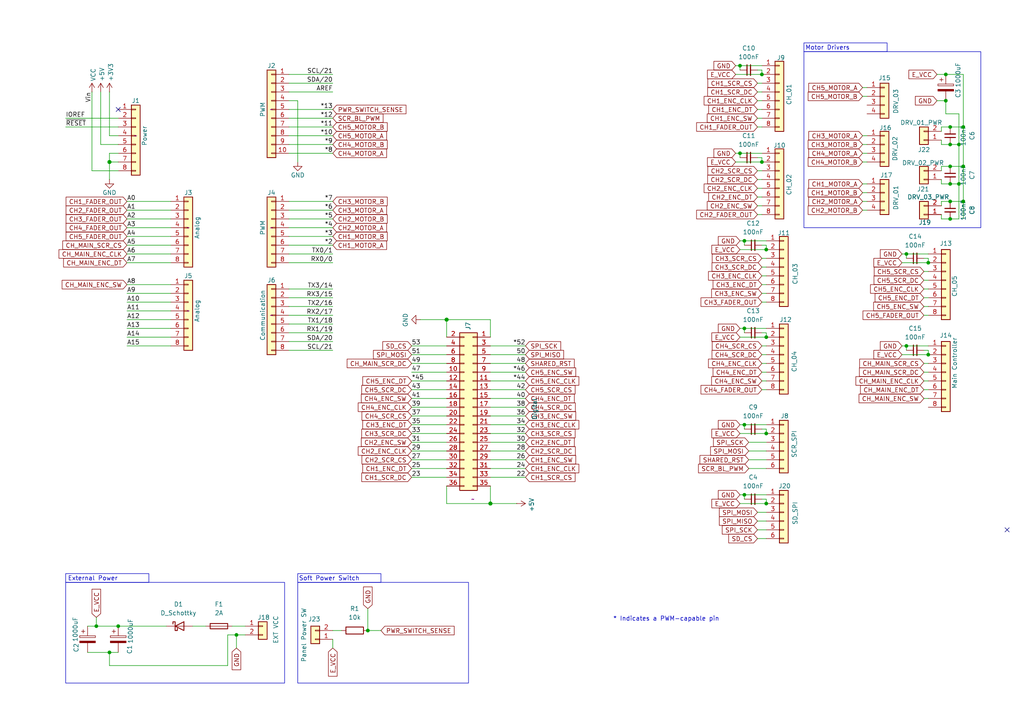
<source format=kicad_sch>
(kicad_sch (version 20250114) (generator "eeschema") (generator_version "9.0")
  (paper "A4")
  (title_block (title "FaderFlow Arduino Shield") (date "mar. 31 mars 2015"))
  (rectangle (start 233.172 12.446) (end 257.302 14.986))
  (rectangle (start 19.05 168.91) (end 82.55 198.12))
  (rectangle (start 86.36 166.37) (end 110.49 168.91))
  (rectangle (start 233.172 14.986) (end 284.48 66.04))
  (rectangle (start 19.05 166.37) (end 43.18 168.91))
  (rectangle (start 86.36 168.91) (end 135.89 198.12))
  (text "External Power" (at 26.924 167.894 0) (effects (font (size 1.27 1.27))))
  (text "Soft Power Switch" (at 95.504 167.894 0) (effects (font (size 1.27 1.27))))
  (text "Motor Drivers" (at 240.03 13.97 0) (effects (font (size 1.27 1.27))))
  (text "* Indicates a PWM-capable pin" (at 177.8 180.34 0) (effects (font (size 1.27 1.27)) (justify left bottom)))
  (junction (at 129.54 92.71) (diameter 1.016))
  (junction (at 215.9 143.51))
  (junction (at 262.89 100.33))
  (junction (at 279.4 48.26))
  (junction (at 275.59 48.26))
  (junction (at 275.59 63.5))
  (junction (at 214.63 19.05))
  (junction (at 279.4 36.83))
  (junction (at 222.25 72.39))
  (junction (at 31.75 46.99) (diameter 1.016))
  (junction (at 269.24 76.2))
  (junction (at 275.59 36.83))
  (junction (at 215.9 95.25))
  (junction (at 274.32 29.21))
  (junction (at 215.9 123.19))
  (junction (at 279.4 58.42))
  (junction (at 278.13 53.34))
  (junction (at 275.59 58.42))
  (junction (at 274.32 21.59))
  (junction (at 278.13 41.91))
  (junction (at 222.25 125.73))
  (junction (at 27.94 181.61))
  (junction (at 215.9 69.85))
  (junction (at 269.24 102.87))
  (junction (at 222.25 146.05))
  (junction (at 68.58 184.15))
  (junction (at 222.25 97.79))
  (junction (at 262.89 73.66))
  (junction (at 214.63 44.45))
  (junction (at 106.68 182.88))
  (junction (at 34.29 181.61))
  (junction (at 220.98 21.59))
  (junction (at 31.75 189.23))
  (junction (at 220.98 46.99))
  (junction (at 142.24 146.05) (diameter 1.016))
  (junction (at 275.59 41.91))
  (junction (at 275.59 53.34))
  (no_connect (at 292.1 153.67))
  (no_connect (at 34.29 31.75))
  (wire (pts (xy 274.32 21.59) (xy 279.4 21.59)))
  (wire (pts (xy 219.71 20.32) (xy 220.98 20.32)))
  (wire (pts (xy 83.82 76.2) (xy 96.52 76.2)))
  (wire (pts (xy 219.71 49.53) (xy 220.98 49.53)))
  (wire (pts (xy 214.63 143.51) (xy 215.9 143.51)))
  (wire (pts (xy 222.25 144.78) (xy 222.25 146.05)))
  (wire (pts (xy 275.59 58.42) (xy 273.05 58.42)))
  (wire (pts (xy 267.97 83.82) (xy 269.24 83.82)))
  (wire (pts (xy 27.94 181.61) (xy 34.29 181.61)))
  (wire (pts (xy 36.83 76.2) (xy 49.53 76.2)))
  (wire (pts (xy 220.98 45.72) (xy 220.98 46.99)))
  (wire (pts (xy 83.82 39.37) (xy 96.52 39.37)))
  (wire (pts (xy 152.4 115.57) (xy 142.24 115.57)))
  (wire (pts (xy 250.19 46.99) (xy 251.46 46.99)))
  (wire (pts (xy 267.97 74.93) (xy 269.24 74.93)))
  (wire (pts (xy 262.89 100.33) (xy 262.89 101.6)))
  (wire (pts (xy 83.82 21.59) (xy 96.52 21.59)))
  (wire (pts (xy 274.32 29.21) (xy 271.78 29.21)))
  (wire (pts (xy 278.13 41.91) (xy 278.13 53.34)))
  (wire (pts (xy 152.4 118.11) (xy 142.24 118.11)))
  (wire (pts (xy 220.98 113.03) (xy 222.25 113.03)))
  (wire (pts (xy 273.05 48.26) (xy 273.05 49.53)))
  (wire (pts (xy 222.25 96.52) (xy 222.25 97.79)))
  (wire (pts (xy 273.05 52.07) (xy 273.05 53.34)))
  (wire (pts (xy 142.24 146.05) (xy 129.54 146.05)))
  (wire (pts (xy 215.9 123.19) (xy 222.25 123.19)))
  (wire (pts (xy 142.24 97.79) (xy 142.24 92.71)))
  (wire (pts (xy 279.4 48.26) (xy 279.4 58.42)))
  (wire (pts (xy 83.82 88.9) (xy 96.52 88.9)))
  (wire (pts (xy 31.75 44.45) (xy 31.75 46.99)))
  (wire (pts (xy 31.75 189.23) (xy 31.75 193.04)))
  (wire (pts (xy 220.98 77.47) (xy 222.25 77.47)))
  (wire (pts (xy 220.98 144.78) (xy 222.25 144.78)))
  (wire (pts (xy 214.63 146.05) (xy 222.25 146.05)))
  (wire (pts (xy 129.54 120.65) (xy 119.38 120.65)))
  (wire (pts (xy 36.83 71.12) (xy 49.53 71.12)))
  (wire (pts (xy 262.89 73.66) (xy 262.89 74.93)))
  (wire (pts (xy 152.4 125.73) (xy 142.24 125.73)))
  (wire (pts (xy 279.4 58.42) (xy 279.4 63.5)))
  (wire (pts (xy 214.63 69.85) (xy 215.9 69.85)))
  (wire (pts (xy 278.13 41.91) (xy 275.59 41.91)))
  (wire (pts (xy 152.4 102.87) (xy 142.24 102.87)))
  (wire (pts (xy 152.4 138.43) (xy 142.24 138.43)))
  (wire (pts (xy 273.05 40.64) (xy 273.05 41.91)))
  (wire (pts (xy 250.19 41.91) (xy 251.46 41.91)))
  (wire (pts (xy 267.97 78.74) (xy 269.24 78.74)))
  (wire (pts (xy 250.19 27.94) (xy 251.46 27.94)))
  (wire (pts (xy 31.75 46.99) (xy 31.75 52.07)))
  (wire (pts (xy 273.05 36.83) (xy 273.05 38.1)))
  (wire (pts (xy 220.98 100.33) (xy 222.25 100.33)))
  (wire (pts (xy 215.9 69.85) (xy 215.9 71.12)))
  (wire (pts (xy 129.54 133.35) (xy 119.38 133.35)))
  (wire (pts (xy 267.97 81.28) (xy 269.24 81.28)))
  (wire (pts (xy 68.58 184.15) (xy 68.58 187.96)))
  (wire (pts (xy 31.75 39.37) (xy 34.29 39.37)))
  (wire (pts (xy 152.4 113.03) (xy 142.24 113.03)))
  (wire (pts (xy 214.63 123.19) (xy 215.9 123.19)))
  (wire (pts (xy 29.21 41.91) (xy 34.29 41.91)))
  (wire (pts (xy 129.54 123.19) (xy 119.38 123.19)))
  (wire (pts (xy 250.19 44.45) (xy 251.46 44.45)))
  (wire (pts (xy 29.21 26.67) (xy 29.21 41.91)))
  (wire (pts (xy 220.98 102.87) (xy 222.25 102.87)))
  (wire (pts (xy 106.68 182.88) (xy 110.49 182.88)))
  (wire (pts (xy 215.9 143.51) (xy 222.25 143.51)))
  (wire (pts (xy 36.83 100.33) (xy 49.53 100.33)))
  (wire (pts (xy 129.54 107.95) (xy 119.38 107.95)))
  (wire (pts (xy 129.54 130.81) (xy 119.38 130.81)))
  (wire (pts (xy 267.97 115.57) (xy 269.24 115.57)))
  (wire (pts (xy 220.98 105.41) (xy 222.25 105.41)))
  (wire (pts (xy 34.29 181.61) (xy 48.26 181.61)))
  (wire (pts (xy 267.97 101.6) (xy 269.24 101.6)))
  (wire (pts (xy 219.71 153.67) (xy 222.25 153.67)))
  (wire (pts (xy 83.82 31.75) (xy 96.52 31.75)))
  (wire (pts (xy 273.05 62.23) (xy 273.05 63.5)))
  (wire (pts (xy 261.62 73.66) (xy 262.89 73.66)))
  (wire (pts (xy 31.75 26.67) (xy 31.75 39.37)))
  (wire (pts (xy 83.82 58.42) (xy 96.52 58.42)))
  (wire (pts (xy 49.53 58.42) (xy 36.83 58.42)))
  (wire (pts (xy 96.52 182.88) (xy 99.06 182.88)))
  (wire (pts (xy 213.36 44.45) (xy 214.63 44.45)))
  (wire (pts (xy 83.82 34.29) (xy 96.52 34.29)))
  (wire (pts (xy 49.53 97.79) (xy 36.83 97.79)))
  (wire (pts (xy 25.4 181.61) (xy 27.94 181.61)))
  (wire (pts (xy 83.82 60.96) (xy 96.52 60.96)))
  (wire (pts (xy 214.63 72.39) (xy 222.25 72.39)))
  (wire (pts (xy 214.63 97.79) (xy 222.25 97.79)))
  (wire (pts (xy 220.98 107.95) (xy 222.25 107.95)))
  (wire (pts (xy 83.82 96.52) (xy 96.52 96.52)))
  (wire (pts (xy 219.71 26.67) (xy 220.98 26.67)))
  (wire (pts (xy 219.71 31.75) (xy 220.98 31.75)))
  (wire (pts (xy 152.4 123.19) (xy 142.24 123.19)))
  (wire (pts (xy 267.97 110.49) (xy 269.24 110.49)))
  (wire (pts (xy 142.24 92.71) (xy 129.54 92.71)))
  (wire (pts (xy 152.4 107.95) (xy 142.24 107.95)))
  (wire (pts (xy 129.54 97.79) (xy 129.54 92.71)))
  (wire (pts (xy 214.63 125.73) (xy 222.25 125.73)))
  (wire (pts (xy 83.82 41.91) (xy 96.52 41.91)))
  (wire (pts (xy 152.4 130.81) (xy 142.24 130.81)))
  (wire (pts (xy 273.05 63.5) (xy 275.59 63.5)))
  (wire (pts (xy 214.63 44.45) (xy 214.63 45.72)))
  (wire (pts (xy 152.4 128.27) (xy 142.24 128.27)))
  (wire (pts (xy 25.4 189.23) (xy 31.75 189.23)))
  (wire (pts (xy 267.97 91.44) (xy 269.24 91.44)))
  (wire (pts (xy 129.54 110.49) (xy 119.38 110.49)))
  (wire (pts (xy 129.54 128.27) (xy 119.38 128.27)))
  (wire (pts (xy 129.54 105.41) (xy 119.38 105.41)))
  (wire (pts (xy 152.4 135.89) (xy 142.24 135.89)))
  (wire (pts (xy 250.19 55.88) (xy 251.46 55.88)))
  (wire (pts (xy 222.25 71.12) (xy 222.25 72.39)))
  (wire (pts (xy 83.82 66.04) (xy 96.52 66.04)))
  (wire (pts (xy 213.36 46.99) (xy 220.98 46.99)))
  (wire (pts (xy 261.62 76.2) (xy 269.24 76.2)))
  (wire (pts (xy 279.4 36.83) (xy 275.59 36.83)))
  (wire (pts (xy 129.54 115.57) (xy 119.38 115.57)))
  (wire (pts (xy 267.97 113.03) (xy 269.24 113.03)))
  (wire (pts (xy 152.4 110.49) (xy 142.24 110.49)))
  (wire (pts (xy 261.62 100.33) (xy 262.89 100.33)))
  (wire (pts (xy 219.71 62.23) (xy 220.98 62.23)))
  (wire (pts (xy 261.62 102.87) (xy 269.24 102.87)))
  (wire (pts (xy 269.24 101.6) (xy 269.24 102.87)))
  (wire (pts (xy 19.05 34.29) (xy 34.29 34.29)))
  (wire (pts (xy 220.98 80.01) (xy 222.25 80.01)))
  (wire (pts (xy 219.71 36.83) (xy 220.98 36.83)))
  (wire (pts (xy 219.71 148.59) (xy 222.25 148.59)))
  (wire (pts (xy 219.71 54.61) (xy 220.98 54.61)))
  (wire (pts (xy 106.68 176.53) (xy 106.68 182.88)))
  (wire (pts (xy 278.13 63.5) (xy 275.59 63.5)))
  (wire (pts (xy 213.36 19.05) (xy 214.63 19.05)))
  (wire (pts (xy 83.82 86.36) (xy 96.52 86.36)))
  (wire (pts (xy 149.86 146.05) (xy 142.24 146.05)))
  (wire (pts (xy 250.19 25.4) (xy 251.46 25.4)))
  (wire (pts (xy 220.98 96.52) (xy 222.25 96.52)))
  (wire (pts (xy 31.75 189.23) (xy 34.29 189.23)))
  (wire (pts (xy 275.59 36.83) (xy 273.05 36.83)))
  (wire (pts (xy 219.71 59.69) (xy 220.98 59.69)))
  (wire (pts (xy 274.32 29.21) (xy 274.32 33.02)))
  (wire (pts (xy 215.9 95.25) (xy 222.25 95.25)))
  (wire (pts (xy 275.59 48.26) (xy 273.05 48.26)))
  (wire (pts (xy 86.36 29.21) (xy 86.36 46.99)))
  (wire (pts (xy 215.9 69.85) (xy 222.25 69.85)))
  (wire (pts (xy 83.82 101.6) (xy 96.52 101.6)))
  (wire (pts (xy 215.9 143.51) (xy 215.9 144.78)))
  (wire (pts (xy 222.25 130.81) (xy 217.17 130.81)))
  (wire (pts (xy 273.05 58.42) (xy 273.05 59.69)))
  (wire (pts (xy 83.82 26.67) (xy 96.52 26.67)))
  (wire (pts (xy 142.24 140.97) (xy 142.24 146.05)))
  (wire (pts (xy 215.9 123.19) (xy 215.9 124.46)))
  (wire (pts (xy 220.98 74.93) (xy 222.25 74.93)))
  (wire (pts (xy 83.82 93.98) (xy 96.52 93.98)))
  (wire (pts (xy 278.13 53.34) (xy 275.59 53.34)))
  (wire (pts (xy 36.83 90.17) (xy 49.53 90.17)))
  (wire (pts (xy 262.89 100.33) (xy 269.24 100.33)))
  (wire (pts (xy 222.25 128.27) (xy 217.17 128.27)))
  (wire (pts (xy 274.32 33.02) (xy 278.13 33.02)))
  (wire (pts (xy 219.71 29.21) (xy 220.98 29.21)))
  (wire (pts (xy 49.53 63.5) (xy 36.83 63.5)))
  (wire (pts (xy 19.05 36.83) (xy 34.29 36.83)))
  (wire (pts (xy 267.97 105.41) (xy 269.24 105.41)))
  (wire (pts (xy 83.82 83.82) (xy 96.52 83.82)))
  (wire (pts (xy 262.89 73.66) (xy 269.24 73.66)))
  (wire (pts (xy 267.97 107.95) (xy 269.24 107.95)))
  (wire (pts (xy 34.29 46.99) (xy 31.75 46.99)))
  (wire (pts (xy 214.63 44.45) (xy 220.98 44.45)))
  (wire (pts (xy 219.71 156.21) (xy 222.25 156.21)))
  (wire (pts (xy 222.25 135.89) (xy 217.17 135.89)))
  (wire (pts (xy 279.4 58.42) (xy 275.59 58.42)))
  (wire (pts (xy 250.19 53.34) (xy 251.46 53.34)))
  (wire (pts (xy 250.19 39.37) (xy 251.46 39.37)))
  (wire (pts (xy 215.9 95.25) (xy 215.9 96.52)))
  (wire (pts (xy 220.98 71.12) (xy 222.25 71.12)))
  (wire (pts (xy 269.24 74.93) (xy 269.24 76.2)))
  (wire (pts (xy 219.71 52.07) (xy 220.98 52.07)))
  (wire (pts (xy 34.29 49.53) (xy 26.67 49.53)))
  (wire (pts (xy 152.4 100.33) (xy 142.24 100.33)))
  (wire (pts (xy 31.75 193.04) (xy 66.04 193.04)))
  (wire (pts (xy 36.83 60.96) (xy 49.53 60.96)))
  (wire (pts (xy 279.4 48.26) (xy 275.59 48.26)))
  (wire (pts (xy 129.54 102.87) (xy 119.38 102.87)))
  (wire (pts (xy 273.05 53.34) (xy 275.59 53.34)))
  (wire (pts (xy 129.54 125.73) (xy 119.38 125.73)))
  (wire (pts (xy 49.53 87.63) (xy 36.83 87.63)))
  (wire (pts (xy 129.54 100.33) (xy 119.38 100.33)))
  (wire (pts (xy 83.82 91.44) (xy 96.52 91.44)))
  (wire (pts (xy 83.82 29.21) (xy 86.36 29.21)))
  (wire (pts (xy 129.54 118.11) (xy 119.38 118.11)))
  (wire (pts (xy 34.29 44.45) (xy 31.75 44.45)))
  (wire (pts (xy 274.32 21.59) (xy 271.78 21.59)))
  (wire (pts (xy 222.25 133.35) (xy 217.17 133.35)))
  (wire (pts (xy 36.83 95.25) (xy 49.53 95.25)))
  (wire (pts (xy 219.71 57.15) (xy 220.98 57.15)))
  (wire (pts (xy 152.4 133.35) (xy 142.24 133.35)))
  (wire (pts (xy 220.98 110.49) (xy 222.25 110.49)))
  (wire (pts (xy 219.71 151.13) (xy 222.25 151.13)))
  (wire (pts (xy 279.4 21.59) (xy 279.4 36.83)))
  (wire (pts (xy 83.82 36.83) (xy 96.52 36.83)))
  (wire (pts (xy 214.63 19.05) (xy 220.98 19.05)))
  (wire (pts (xy 55.88 181.61) (xy 59.69 181.61)))
  (wire (pts (xy 152.4 120.65) (xy 142.24 120.65)))
  (wire (pts (xy 220.98 124.46) (xy 222.25 124.46)))
  (wire (pts (xy 36.83 85.09) (xy 49.53 85.09)))
  (wire (pts (xy 68.58 184.15) (xy 71.12 184.15)))
  (wire (pts (xy 67.31 181.61) (xy 71.12 181.61)))
  (wire (pts (xy 219.71 34.29) (xy 220.98 34.29)))
  (wire (pts (xy 83.82 63.5) (xy 96.52 63.5)))
  (wire (pts (xy 96.52 185.42) (xy 96.52 187.96)))
  (wire (pts (xy 278.13 53.34) (xy 278.13 63.5)))
  (wire (pts (xy 36.83 66.04) (xy 49.53 66.04)))
  (wire (pts (xy 152.4 105.41) (xy 142.24 105.41)))
  (wire (pts (xy 250.19 58.42) (xy 251.46 58.42)))
  (wire (pts (xy 83.82 99.06) (xy 96.52 99.06)))
  (wire (pts (xy 222.25 124.46) (xy 222.25 125.73)))
  (wire (pts (xy 213.36 21.59) (xy 220.98 21.59)))
  (wire (pts (xy 278.13 33.02) (xy 278.13 41.91)))
  (wire (pts (xy 129.54 146.05) (xy 129.54 140.97)))
  (wire (pts (xy 220.98 82.55) (xy 222.25 82.55)))
  (wire (pts (xy 66.04 193.04) (xy 66.04 184.15)))
  (wire (pts (xy 49.53 82.55) (xy 36.83 82.55)))
  (wire (pts (xy 219.71 45.72) (xy 220.98 45.72)))
  (wire (pts (xy 214.63 19.05) (xy 214.63 20.32)))
  (wire (pts (xy 129.54 138.43) (xy 119.38 138.43)))
  (wire (pts (xy 83.82 24.13) (xy 96.52 24.13)))
  (wire (pts (xy 129.54 135.89) (xy 119.38 135.89)))
  (wire (pts (xy 279.4 36.83) (xy 279.4 48.26)))
  (wire (pts (xy 83.82 71.12) (xy 96.52 71.12)))
  (wire (pts (xy 27.94 179.07) (xy 27.94 181.61)))
  (wire (pts (xy 83.82 68.58) (xy 96.52 68.58)))
  (wire (pts (xy 273.05 41.91) (xy 275.59 41.91)))
  (wire (pts (xy 220.98 87.63) (xy 222.25 87.63)))
  (wire (pts (xy 267.97 86.36) (xy 269.24 86.36)))
  (wire (pts (xy 129.54 113.03) (xy 119.38 113.03)))
  (wire (pts (xy 214.63 95.25) (xy 215.9 95.25)))
  (wire (pts (xy 267.97 88.9) (xy 269.24 88.9)))
  (wire (pts (xy 250.19 60.96) (xy 251.46 60.96)))
  (wire (pts (xy 219.71 24.13) (xy 220.98 24.13)))
  (wire (pts (xy 83.82 73.66) (xy 96.52 73.66)))
  (wire (pts (xy 49.53 92.71) (xy 36.83 92.71)))
  (wire (pts (xy 26.67 49.53) (xy 26.67 26.67)))
  (wire (pts (xy 129.54 92.71) (xy 121.92 92.71)))
  (wire (pts (xy 49.53 73.66) (xy 36.83 73.66)))
  (wire (pts (xy 66.04 184.15) (xy 68.58 184.15)))
  (wire (pts (xy 49.53 68.58) (xy 36.83 68.58)))
  (wire (pts (xy 220.98 20.32) (xy 220.98 21.59)))
  (wire (pts (xy 83.82 44.45) (xy 96.52 44.45)))
  (wire (pts (xy 220.98 85.09) (xy 222.25 85.09)))
  (label "A10" (at 36.83 87.63 0))
  (label "RX0{slash}0" (at 96.52 76.2 180))
  (label "A15" (at 36.83 100.33 0))
  (label "A2" (at 36.83 63.5 0))
  (label "RX2{slash}17" (at 96.52 91.44 180))
  (label "*4" (at 96.52 66.04 180))
  (label "SDA{slash}20" (at 96.52 99.06 180))
  (label "26" (at 152.4 133.35 180))
  (label "31" (at 119.38 128.27 0))
  (label "22" (at 152.4 138.43 180))
  (label "33" (at 119.38 125.73 0))
  (label "36" (at 152.4 120.65 180))
  (label "*2" (at 96.52 71.12 180))
  (label "TX1{slash}18" (at 96.52 93.98 180))
  (label "*44" (at 152.4 110.49 180))
  (label "A3" (at 36.83 66.04 0))
  (label "*13" (at 96.52 31.75 180))
  (label "*52" (at 152.4 100.33 180))
  (label "*12" (at 96.52 34.29 180))
  (label "40" (at 152.4 115.57 180))
  (label "~{RESET}" (at 19.05 36.83 0))
  (label "35" (at 119.38 123.19 0))
  (label "*10" (at 96.52 39.37 180))
  (label "28" (at 152.4 130.81 180))
  (label "23" (at 119.38 138.43 0))
  (label "29" (at 119.38 130.81 0))
  (label "A13" (at 36.83 95.25 0))
  (label "41" (at 119.38 115.57 0))
  (label "30" (at 152.4 128.27 180))
  (label "47" (at 119.38 107.95 0))
  (label "34" (at 152.4 123.19 180))
  (label "*45" (at 119.38 110.49 0))
  (label "38" (at 152.4 118.11 180))
  (label "51" (at 119.38 102.87 0))
  (label "*7" (at 96.52 58.42 180))
  (label "SDA{slash}20" (at 96.52 24.13 180))
  (label "*8" (at 96.52 44.45 180))
  (label "A9" (at 36.83 85.09 0))
  (label "*11" (at 96.52 36.83 180))
  (label "*3" (at 96.52 68.58 180))
  (label "A6" (at 36.83 73.66 0))
  (label "42" (at 152.4 113.03 180))
  (label "A1" (at 36.83 60.96 0))
  (label "53" (at 119.38 100.33 0))
  (label "TX0{slash}1" (at 96.52 73.66 180))
  (label "24" (at 152.4 135.89 180))
  (label "RX1{slash}19" (at 96.52 96.52 180))
  (label "A0" (at 36.83 58.42 0))
  (label "AREF" (at 96.52 26.67 180))
  (label "A14" (at 36.83 97.79 0))
  (label "39" (at 119.38 118.11 0))
  (label "A8" (at 36.83 82.55 0))
  (label "Vin" (at 26.67 26.67 270))
  (label "27" (at 119.38 133.35 0))
  (label "37" (at 119.38 120.65 0))
  (label "25" (at 119.38 135.89 0))
  (label "*6" (at 96.52 60.96 180))
  (label "*46" (at 152.4 107.95 180))
  (label "SCL{slash}21" (at 96.52 21.59 180))
  (label "*9" (at 96.52 41.91 180))
  (label "50" (at 152.4 102.87 180))
  (label "TX2{slash}16" (at 96.52 88.9 180))
  (label "*5" (at 96.52 63.5 180))
  (label "IOREF" (at 19.05 34.29 0))
  (label "A7" (at 36.83 76.2 0))
  (label "A11" (at 36.83 90.17 0))
  (label "A4" (at 36.83 68.58 0))
  (label "49" (at 119.38 105.41 0))
  (label "A5" (at 36.83 71.12 0))
  (label "RX3{slash}15" (at 96.52 86.36 180))
  (label "TX3{slash}14" (at 96.52 83.82 180))
  (label "32" (at 152.4 125.73 180))
  (label "43" (at 119.38 113.03 0))
  (label "A12" (at 36.83 92.71 0))
  (label "SCL{slash}21" (at 96.52 101.6 180))
  (label "48" (at 152.4 105.41 180))
  (global_label "E_VCC" (shape input) (at 27.94 179.07 90) (property "Intersheetrefs" "${INTERSHEET_REFS}" (effects (hide yes))))
  (global_label "CH3_FADER_OUT" (shape input) (at 220.98 87.63 180) (property "Intersheetrefs" "${INTERSHEET_REFS}" (effects (hide yes))))
  (global_label "CH4_FADER_OUT" (shape input) (at 220.98 113.03 180) (property "Intersheetrefs" "${INTERSHEET_REFS}" (effects (hide yes))))
  (global_label "CH5_FADER_OUT" (shape input) (at 267.97 91.44 180) (property "Intersheetrefs" "${INTERSHEET_REFS}" (effects (hide yes))))
  (global_label "CH2_FADER_OUT" (shape input) (at 219.71 62.23 180) (property "Intersheetrefs" "${INTERSHEET_REFS}" (effects (hide yes))))
  (global_label "CH1_FADER_OUT" (shape input) (at 219.71 36.83 180) (property "Intersheetrefs" "${INTERSHEET_REFS}" (effects (hide yes))))
  (global_label "SPI_SCK" (shape input) (at 152.4 100.33 0) (property "Intersheetrefs" "${INTERSHEET_REFS}" (effects (hide yes))))
  (global_label "E_VCC" (shape input) (at 261.62 102.87 180) (property "Intersheetrefs" "${INTERSHEET_REFS}" (effects (hide yes))))
  (global_label "SD_CS" (shape input) (at 219.71 156.21 180) (property "Intersheetrefs" "${INTERSHEET_REFS}" (effects (hide yes))))
  (global_label "GND" (shape input) (at 214.63 69.85 180) (property "Intersheetrefs" "${INTERSHEET_REFS}" (effects (hide yes))))
  (global_label "SPI_MISO" (shape input) (at 219.71 151.13 180) (property "Intersheetrefs" "${INTERSHEET_REFS}" (effects (hide yes))))
  (global_label "CH_MAIN_ENC_SW" (shape input) (at 36.83 82.55 180) (property "Intersheetrefs" "${INTERSHEET_REFS}" (effects (hide yes))))
  (global_label "GND" (shape input) (at 261.62 100.33 180) (property "Intersheetrefs" "${INTERSHEET_REFS}" (effects (hide yes))))
  (global_label "CH5_ENC_DT" (shape input) (at 119.38 110.49 180) (property "Intersheetrefs" "${INTERSHEET_REFS}" (effects (hide yes))))
  (global_label "CH4_ENC_CLK" (shape input) (at 119.38 118.11 180) (property "Intersheetrefs" "${INTERSHEET_REFS}" (effects (hide yes))))
  (global_label "CH5_SCR_DC" (shape input) (at 119.38 113.03 180) (property "Intersheetrefs" "${INTERSHEET_REFS}" (effects (hide yes))))
  (global_label "CH4_ENC_SW" (shape input) (at 119.38 115.57 180) (property "Intersheetrefs" "${INTERSHEET_REFS}" (effects (hide yes))))
  (global_label "CH_MAIN_SCR_DC" (shape input) (at 119.38 105.41 180) (property "Intersheetrefs" "${INTERSHEET_REFS}" (effects (hide yes))))
  (global_label "CH2_ENC_CLK" (shape input) (at 119.38 130.81 180) (property "Intersheetrefs" "${INTERSHEET_REFS}" (effects (hide yes))))
  (global_label "CH2_ENC_SW" (shape input) (at 119.38 128.27 180) (property "Intersheetrefs" "${INTERSHEET_REFS}" (effects (hide yes))))
  (global_label "CH3_SCR_DC" (shape input) (at 119.38 125.73 180) (property "Intersheetrefs" "${INTERSHEET_REFS}" (effects (hide yes))))
  (global_label "CH3_ENC_DT" (shape input) (at 119.38 123.19 180) (property "Intersheetrefs" "${INTERSHEET_REFS}" (effects (hide yes))))
  (global_label "CH4_SCR_CS" (shape input) (at 119.38 120.65 180) (property "Intersheetrefs" "${INTERSHEET_REFS}" (effects (hide yes))))
  (global_label "CH1_SCR_DC" (shape input) (at 119.38 138.43 180) (property "Intersheetrefs" "${INTERSHEET_REFS}" (effects (hide yes))))
  (global_label "CH1_ENC_DT" (shape input) (at 119.38 135.89 180) (property "Intersheetrefs" "${INTERSHEET_REFS}" (effects (hide yes))))
  (global_label "CH2_SCR_CS" (shape input) (at 119.38 133.35 180) (property "Intersheetrefs" "${INTERSHEET_REFS}" (effects (hide yes))))
  (global_label "GND" (shape input) (at 106.68 176.53 90) (property "Intersheetrefs" "${INTERSHEET_REFS}" (effects (hide yes))))
  (global_label "PWR_SWITCH_SENSE" (shape input) (at 110.49 182.88 0) (property "Intersheetrefs" "${INTERSHEET_REFS}" (effects (hide yes))))
  (global_label "E_VCC" (shape input) (at 96.52 187.96 270) (property "Intersheetrefs" "${INTERSHEET_REFS}" (effects (hide yes))))
  (global_label "E_VCC" (shape input) (at 271.78 21.59 180) (property "Intersheetrefs" "${INTERSHEET_REFS}" (effects (hide yes))))
  (global_label "E_VCC" (shape input) (at 214.63 146.05 180) (property "Intersheetrefs" "${INTERSHEET_REFS}" (effects (hide yes))))
  (global_label "CH1_FADER_OUT" (shape input) (at 36.83 58.42 180) (property "Intersheetrefs" "${INTERSHEET_REFS}" (effects (hide yes))))
  (global_label "CH2_FADER_OUT" (shape input) (at 36.83 60.96 180) (property "Intersheetrefs" "${INTERSHEET_REFS}" (effects (hide yes))))
  (global_label "CH3_FADER_OUT" (shape input) (at 36.83 63.5 180) (property "Intersheetrefs" "${INTERSHEET_REFS}" (effects (hide yes))))
  (global_label "CH4_FADER_OUT" (shape input) (at 36.83 66.04 180) (property "Intersheetrefs" "${INTERSHEET_REFS}" (effects (hide yes))))
  (global_label "CH5_FADER_OUT" (shape input) (at 36.83 68.58 180) (property "Intersheetrefs" "${INTERSHEET_REFS}" (effects (hide yes))))
  (global_label "CH_MAIN_ENC_DT" (shape input) (at 36.83 76.2 180) (property "Intersheetrefs" "${INTERSHEET_REFS}" (effects (hide yes))))
  (global_label "CH_MAIN_ENC_CLK" (shape input) (at 36.83 73.66 180) (property "Intersheetrefs" "${INTERSHEET_REFS}" (effects (hide yes))))
  (global_label "CH_MAIN_SCR_CS" (shape input) (at 36.83 71.12 180) (property "Intersheetrefs" "${INTERSHEET_REFS}" (effects (hide yes))))
  (global_label "SPI_MOSI" (shape input) (at 217.17 130.81 180) (property "Intersheetrefs" "${INTERSHEET_REFS}" (effects (hide yes))))
  (global_label "GND" (shape input) (at 271.78 29.21 180) (property "Intersheetrefs" "${INTERSHEET_REFS}" (effects (hide yes))))
  (global_label "SPI_MISO" (shape input) (at 152.4 102.87 0) (property "Intersheetrefs" "${INTERSHEET_REFS}" (effects (hide yes))))
  (global_label "SPI_SCK" (shape input) (at 219.71 153.67 180) (property "Intersheetrefs" "${INTERSHEET_REFS}" (effects (hide yes))))
  (global_label "E_VCC" (shape input) (at 214.63 125.73 180) (property "Intersheetrefs" "${INTERSHEET_REFS}" (effects (hide yes))))
  (global_label "E_VCC" (shape input) (at 213.36 21.59 180) (property "Intersheetrefs" "${INTERSHEET_REFS}" (effects (hide yes))))
  (global_label "SD_CS" (shape input) (at 119.38 100.33 180) (property "Intersheetrefs" "${INTERSHEET_REFS}" (effects (hide yes))))
  (global_label "GND" (shape input) (at 213.36 44.45 180) (property "Intersheetrefs" "${INTERSHEET_REFS}" (effects (hide yes))))
  (global_label "GND" (shape input) (at 214.63 95.25 180) (property "Intersheetrefs" "${INTERSHEET_REFS}" (effects (hide yes))))
  (global_label "CH3_MOTOR_A" (shape input) (at 96.52 60.96 0) (property "Intersheetrefs" "${INTERSHEET_REFS}" (effects (hide yes))))
  (global_label "CH1_MOTOR_A" (shape input) (at 96.52 71.12 0) (property "Intersheetrefs" "${INTERSHEET_REFS}" (effects (hide yes))))
  (global_label "CH1_MOTOR_B" (shape input) (at 96.52 68.58 0) (property "Intersheetrefs" "${INTERSHEET_REFS}" (effects (hide yes))))
  (global_label "CH2_MOTOR_A" (shape input) (at 96.52 66.04 0) (property "Intersheetrefs" "${INTERSHEET_REFS}" (effects (hide yes))))
  (global_label "CH3_MOTOR_B" (shape input) (at 96.52 58.42 0) (property "Intersheetrefs" "${INTERSHEET_REFS}" (effects (hide yes))))
  (global_label "SCR_BL_PWM" (shape input) (at 96.52 34.29 0) (property "Intersheetrefs" "${INTERSHEET_REFS}" (effects (hide yes))))
  (global_label "CH2_MOTOR_B" (shape input) (at 96.52 63.5 0) (property "Intersheetrefs" "${INTERSHEET_REFS}" (effects (hide yes))))
  (global_label "CH4_MOTOR_A" (shape input) (at 96.52 44.45 0) (property "Intersheetrefs" "${INTERSHEET_REFS}" (effects (hide yes))))
  (global_label "CH5_MOTOR_A" (shape input) (at 96.52 39.37 0) (property "Intersheetrefs" "${INTERSHEET_REFS}" (effects (hide yes))))
  (global_label "CH5_MOTOR_B" (shape input) (at 96.52 36.83 0) (property "Intersheetrefs" "${INTERSHEET_REFS}" (effects (hide yes))))
  (global_label "CH4_MOTOR_B" (shape input) (at 96.52 41.91 0) (property "Intersheetrefs" "${INTERSHEET_REFS}" (effects (hide yes))))
  (global_label "PWR_SWITCH_SENSE" (shape input) (at 96.52 31.75 0) (property "Intersheetrefs" "${INTERSHEET_REFS}" (effects (hide yes))))
  (global_label "CH4_SCR_CS" (shape input) (at 220.98 100.33 180) (property "Intersheetrefs" "${INTERSHEET_REFS}" (effects (hide yes))))
  (global_label "CH3_SCR_CS" (shape input) (at 220.98 74.93 180) (property "Intersheetrefs" "${INTERSHEET_REFS}" (effects (hide yes))))
  (global_label "CH5_SCR_CS" (shape input) (at 267.97 78.74 180) (property "Intersheetrefs" "${INTERSHEET_REFS}" (effects (hide yes))))
  (global_label "CH2_SCR_CS" (shape input) (at 219.71 49.53 180) (property "Intersheetrefs" "${INTERSHEET_REFS}" (effects (hide yes))))
  (global_label "CH1_SCR_CS" (shape input) (at 219.71 24.13 180) (property "Intersheetrefs" "${INTERSHEET_REFS}" (effects (hide yes))))
  (global_label "GND" (shape input) (at 214.63 123.19 180) (property "Intersheetrefs" "${INTERSHEET_REFS}" (effects (hide yes))))
  (global_label "CH3_ENC_SW" (shape input) (at 220.98 85.09 180) (property "Intersheetrefs" "${INTERSHEET_REFS}" (effects (hide yes))))
  (global_label "CH3_ENC_CLK" (shape input) (at 220.98 80.01 180) (property "Intersheetrefs" "${INTERSHEET_REFS}" (effects (hide yes))))
  (global_label "CH3_ENC_DT" (shape input) (at 220.98 82.55 180) (property "Intersheetrefs" "${INTERSHEET_REFS}" (effects (hide yes))))
  (global_label "CH4_ENC_SW" (shape input) (at 220.98 110.49 180) (property "Intersheetrefs" "${INTERSHEET_REFS}" (effects (hide yes))))
  (global_label "CH4_SCR_DC" (shape input) (at 220.98 102.87 180) (property "Intersheetrefs" "${INTERSHEET_REFS}" (effects (hide yes))))
  (global_label "CH4_ENC_CLK" (shape input) (at 220.98 105.41 180) (property "Intersheetrefs" "${INTERSHEET_REFS}" (effects (hide yes))))
  (global_label "CH4_ENC_DT" (shape input) (at 220.98 107.95 180) (property "Intersheetrefs" "${INTERSHEET_REFS}" (effects (hide yes))))
  (global_label "CH3_SCR_DC" (shape input) (at 220.98 77.47 180) (property "Intersheetrefs" "${INTERSHEET_REFS}" (effects (hide yes))))
  (global_label "CH5_ENC_CLK" (shape input) (at 267.97 83.82 180) (property "Intersheetrefs" "${INTERSHEET_REFS}" (effects (hide yes))))
  (global_label "CH5_ENC_DT" (shape input) (at 267.97 86.36 180) (property "Intersheetrefs" "${INTERSHEET_REFS}" (effects (hide yes))))
  (global_label "CH5_ENC_SW" (shape input) (at 267.97 88.9 180) (property "Intersheetrefs" "${INTERSHEET_REFS}" (effects (hide yes))))
  (global_label "CH5_SCR_DC" (shape input) (at 267.97 81.28 180) (property "Intersheetrefs" "${INTERSHEET_REFS}" (effects (hide yes))))
  (global_label "CH2_SCR_DC" (shape input) (at 219.71 52.07 180) (property "Intersheetrefs" "${INTERSHEET_REFS}" (effects (hide yes))))
  (global_label "CH2_ENC_DT" (shape input) (at 219.71 57.15 180) (property "Intersheetrefs" "${INTERSHEET_REFS}" (effects (hide yes))))
  (global_label "CH2_ENC_CLK" (shape input) (at 219.71 54.61 180) (property "Intersheetrefs" "${INTERSHEET_REFS}" (effects (hide yes))))
  (global_label "CH2_ENC_SW" (shape input) (at 219.71 59.69 180) (property "Intersheetrefs" "${INTERSHEET_REFS}" (effects (hide yes))))
  (global_label "CH1_SCR_DC" (shape input) (at 219.71 26.67 180) (property "Intersheetrefs" "${INTERSHEET_REFS}" (effects (hide yes))))
  (global_label "CH1_ENC_CLK" (shape input) (at 219.71 29.21 180) (property "Intersheetrefs" "${INTERSHEET_REFS}" (effects (hide yes))))
  (global_label "CH1_ENC_DT" (shape input) (at 219.71 31.75 180) (property "Intersheetrefs" "${INTERSHEET_REFS}" (effects (hide yes))))
  (global_label "CH1_ENC_SW" (shape input) (at 219.71 34.29 180) (property "Intersheetrefs" "${INTERSHEET_REFS}" (effects (hide yes))))
  (global_label "GND" (shape input) (at 261.62 73.66 180) (property "Intersheetrefs" "${INTERSHEET_REFS}" (effects (hide yes))))
  (global_label "SPI_MOSI" (shape input) (at 119.38 102.87 180) (property "Intersheetrefs" "${INTERSHEET_REFS}" (effects (hide yes))))
  (global_label "CH_MAIN_ENC_CLK" (shape input) (at 267.97 110.49 180) (property "Intersheetrefs" "${INTERSHEET_REFS}" (effects (hide yes))))
  (global_label "CH_MAIN_ENC_SW" (shape input) (at 267.97 115.57 180) (property "Intersheetrefs" "${INTERSHEET_REFS}" (effects (hide yes))))
  (global_label "CH_MAIN_ENC_DT" (shape input) (at 267.97 113.03 180) (property "Intersheetrefs" "${INTERSHEET_REFS}" (effects (hide yes))))
  (global_label "CH_MAIN_SCR_CS" (shape input) (at 267.97 105.41 180) (property "Intersheetrefs" "${INTERSHEET_REFS}" (effects (hide yes))))
  (global_label "CH_MAIN_SCR_DC" (shape input) (at 267.97 107.95 180) (property "Intersheetrefs" "${INTERSHEET_REFS}" (effects (hide yes))))
  (global_label "GND" (shape input) (at 68.58 187.96 270) (property "Intersheetrefs" "${INTERSHEET_REFS}" (effects (hide yes))))
  (global_label "E_VCC" (shape input) (at 214.63 97.79 180) (property "Intersheetrefs" "${INTERSHEET_REFS}" (effects (hide yes))))
  (global_label "CH2_MOTOR_B" (shape input) (at 250.19 60.96 180) (property "Intersheetrefs" "${INTERSHEET_REFS}" (effects (hide yes))))
  (global_label "CH3_MOTOR_A" (shape input) (at 250.19 39.37 180) (property "Intersheetrefs" "${INTERSHEET_REFS}" (effects (hide yes))))
  (global_label "CH3_MOTOR_B" (shape input) (at 250.19 41.91 180) (property "Intersheetrefs" "${INTERSHEET_REFS}" (effects (hide yes))))
  (global_label "CH4_MOTOR_A" (shape input) (at 250.19 44.45 180) (property "Intersheetrefs" "${INTERSHEET_REFS}" (effects (hide yes))))
  (global_label "CH2_MOTOR_A" (shape input) (at 250.19 58.42 180) (property "Intersheetrefs" "${INTERSHEET_REFS}" (effects (hide yes))))
  (global_label "CH1_MOTOR_A" (shape input) (at 250.19 53.34 180) (property "Intersheetrefs" "${INTERSHEET_REFS}" (effects (hide yes))))
  (global_label "CH1_MOTOR_B" (shape input) (at 250.19 55.88 180) (property "Intersheetrefs" "${INTERSHEET_REFS}" (effects (hide yes))))
  (global_label "CH4_MOTOR_B" (shape input) (at 250.19 46.99 180) (property "Intersheetrefs" "${INTERSHEET_REFS}" (effects (hide yes))))
  (global_label "CH5_MOTOR_B" (shape input) (at 250.19 27.94 180) (property "Intersheetrefs" "${INTERSHEET_REFS}" (effects (hide yes))))
  (global_label "CH5_MOTOR_A" (shape input) (at 250.19 25.4 180) (property "Intersheetrefs" "${INTERSHEET_REFS}" (effects (hide yes))))
  (global_label "SCR_BL_PWM" (shape input) (at 217.17 135.89 180) (property "Intersheetrefs" "${INTERSHEET_REFS}" (effects (hide yes))))
  (global_label "E_VCC" (shape input) (at 214.63 72.39 180) (property "Intersheetrefs" "${INTERSHEET_REFS}" (effects (hide yes))))
  (global_label "SPI_SCK" (shape input) (at 217.17 128.27 180) (property "Intersheetrefs" "${INTERSHEET_REFS}" (effects (hide yes))))
  (global_label "E_VCC" (shape input) (at 213.36 46.99 180) (property "Intersheetrefs" "${INTERSHEET_REFS}" (effects (hide yes))))
  (global_label "GND" (shape input) (at 213.36 19.05 180) (property "Intersheetrefs" "${INTERSHEET_REFS}" (effects (hide yes))))
  (global_label "SHARED_RST" (shape input) (at 217.17 133.35 180) (property "Intersheetrefs" "${INTERSHEET_REFS}" (effects (hide yes))))
  (global_label "CH5_ENC_CLK" (shape input) (at 152.4 110.49 0) (property "Intersheetrefs" "${INTERSHEET_REFS}" (effects (hide yes))))
  (global_label "CH5_SCR_CS" (shape input) (at 152.4 113.03 0) (property "Intersheetrefs" "${INTERSHEET_REFS}" (effects (hide yes))))
  (global_label "CH5_ENC_SW" (shape input) (at 152.4 107.95 0) (property "Intersheetrefs" "${INTERSHEET_REFS}" (effects (hide yes))))
  (global_label "SHARED_RST" (shape input) (at 152.4 105.41 0) (property "Intersheetrefs" "${INTERSHEET_REFS}" (effects (hide yes))))
  (global_label "CH3_ENC_SW" (shape input) (at 152.4 120.65 0) (property "Intersheetrefs" "${INTERSHEET_REFS}" (effects (hide yes))))
  (global_label "CH3_SCR_CS" (shape input) (at 152.4 125.73 0) (property "Intersheetrefs" "${INTERSHEET_REFS}" (effects (hide yes))))
  (global_label "CH3_ENC_CLK" (shape input) (at 152.4 123.19 0) (property "Intersheetrefs" "${INTERSHEET_REFS}" (effects (hide yes))))
  (global_label "CH4_SCR_DC" (shape input) (at 152.4 118.11 0) (property "Intersheetrefs" "${INTERSHEET_REFS}" (effects (hide yes))))
  (global_label "CH4_ENC_DT" (shape input) (at 152.4 115.57 0) (property "Intersheetrefs" "${INTERSHEET_REFS}" (effects (hide yes))))
  (global_label "CH1_SCR_CS" (shape input) (at 152.4 138.43 0) (property "Intersheetrefs" "${INTERSHEET_REFS}" (effects (hide yes))))
  (global_label "CH2_SCR_DC" (shape input) (at 152.4 130.81 0) (property "Intersheetrefs" "${INTERSHEET_REFS}" (effects (hide yes))))
  (global_label "CH1_ENC_SW" (shape input) (at 152.4 133.35 0) (property "Intersheetrefs" "${INTERSHEET_REFS}" (effects (hide yes))))
  (global_label "CH1_ENC_CLK" (shape input) (at 152.4 135.89 0) (property "Intersheetrefs" "${INTERSHEET_REFS}" (effects (hide yes))))
  (global_label "CH2_ENC_DT" (shape input) (at 152.4 128.27 0) (property "Intersheetrefs" "${INTERSHEET_REFS}" (effects (hide yes))))
  (global_label "GND" (shape input) (at 214.63 143.51 180) (property "Intersheetrefs" "${INTERSHEET_REFS}" (effects (hide yes))))
  (global_label "E_VCC" (shape input) (at 261.62 76.2 180) (property "Intersheetrefs" "${INTERSHEET_REFS}" (effects (hide yes))))
  (global_label "SPI_MOSI" (shape input) (at 219.71 148.59 180) (property "Intersheetrefs" "${INTERSHEET_REFS}" (effects (hide yes))))
  (symbol (lib_id "Connector_Generic:Conn_01x08") (at 39.37 39.37 0) (unit 1)
    (property "Reference" "J1" (at 39.37 29.21 0))
    (property "Value" "Power" (at 41.91 39.37 90))
    (property "Footprint" "Connector_PinSocket_2.54mm:PinSocket_1x08_P2.54mm_Vertical" (effects (hide yes)))
    (property "Datasheet" "~" (at 39.37 39.37 0))
    (property "Description" "Generic connector, single row, 01x08, script generated (kicad-library-utils/schlib/autogen/connector/)" (effects (hide yes)))
  )
  (symbol (lib_id "power:+3V3") (at 31.75 26.67 0) (unit 1)
    (property "Reference" "#PWR03" (effects (hide yes)))
    (property "Value" "+3V3" (at 32.131 23.622 90) (effects (justify left)))
    (property "Description" "Power symbol creates a global label with name \"+3V3\"" (effects (hide yes)))
  )
  (symbol (lib_id "power:+5V") (at 29.21 26.67 0) (unit 1)
    (property "Reference" "#PWR02" (effects (hide yes)))
    (property "Value" "+5V" (at 29.5656 23.622 90) (effects (justify left)))
    (property "Description" "Power symbol creates a global label with name \"+5V\"" (effects (hide yes)))
  )
  (symbol (lib_id "power:GND") (at 31.75 52.07 0) (unit 1)
    (property "Reference" "#PWR04" (effects (hide yes)))
    (property "Value" "GND" (at 31.75 55.88 0))
    (property "Description" "Power symbol creates a global label with name \"GND\" , ground" (effects (hide yes)))
  )
  (symbol (lib_id "Connector_Generic:Conn_01x10") (at 78.74 31.75 0) (mirror y) (unit 1)
    (property "Reference" "J2" (at 78.74 19.05 0))
    (property "Value" "PWM" (at 76.2 31.75 90))
    (property "Footprint" "Connector_PinSocket_2.54mm:PinSocket_1x10_P2.54mm_Vertical" (effects (hide yes)))
    (property "Datasheet" "~" (at 78.74 31.75 0))
    (property "Description" "Generic connector, single row, 01x10, script generated (kicad-library-utils/schlib/autogen/connector/)" (effects (hide yes)))
  )
  (symbol (lib_id "power:GND") (at 86.36 46.99 0) (unit 1)
    (property "Reference" "#PWR05" (effects (hide yes)))
    (property "Value" "GND" (at 86.36 50.8 0))
    (property "Description" "Power symbol creates a global label with name \"GND\" , ground" (effects (hide yes)))
  )
  (symbol (lib_id "Connector_Generic:Conn_01x08") (at 54.61 66.04 0) (unit 1)
    (property "Reference" "J3" (at 54.61 55.88 0))
    (property "Value" "Analog" (at 57.15 66.04 90))
    (property "Footprint" "Connector_PinSocket_2.54mm:PinSocket_1x08_P2.54mm_Vertical" (effects (hide yes)))
    (property "Datasheet" "~" (at 54.61 66.04 0))
    (property "Description" "Generic connector, single row, 01x08, script generated (kicad-library-utils/schlib/autogen/connector/)" (effects (hide yes)))
  )
  (symbol (lib_id "Connector_Generic:Conn_01x08") (at 78.74 66.04 0) (mirror y) (unit 1)
    (property "Reference" "J4" (at 78.74 55.88 0))
    (property "Value" "PWM" (at 76.2 66.04 90))
    (property "Footprint" "Connector_PinSocket_2.54mm:PinSocket_1x08_P2.54mm_Vertical" (effects (hide yes)))
    (property "Datasheet" "~" (at 78.74 66.04 0))
    (property "Description" "Generic connector, single row, 01x08, script generated (kicad-library-utils/schlib/autogen/connector/)" (effects (hide yes)))
  )
  (symbol (lib_id "Connector_Generic:Conn_01x08") (at 54.61 90.17 0) (unit 1)
    (property "Reference" "J5" (at 54.61 80.01 0))
    (property "Value" "Analog" (at 57.15 90.17 90))
    (property "Footprint" "Connector_PinSocket_2.54mm:PinSocket_1x08_P2.54mm_Vertical" (effects (hide yes)))
    (property "Datasheet" "~" (at 54.61 90.17 0))
    (property "Description" "Generic connector, single row, 01x08, script generated (kicad-library-utils/schlib/autogen/connector/)" (effects (hide yes)))
  )
  (symbol (lib_id "Connector_Generic:Conn_01x08") (at 78.74 91.44 0) (mirror y) (unit 1)
    (property "Reference" "J6" (at 78.74 81.28 0))
    (property "Value" "Communication" (at 76.2 91.44 90))
    (property "Footprint" "Connector_PinSocket_2.54mm:PinSocket_1x08_P2.54mm_Vertical" (effects (hide yes)))
    (property "Datasheet" "~" (at 78.74 91.44 0))
    (property "Description" "Generic connector, single row, 01x08, script generated (kicad-library-utils/schlib/autogen/connector/)" (effects (hide yes)))
  )
  (symbol (lib_id "Connector_Generic:Conn_02x18_Odd_Even") (at 137.16 118.11 0) (mirror y) (unit 1)
    (property "Reference" "J7" (at 135.7694 95.7579 90) (effects (justify left)))
    (property "Value" "Digital" (at 155.067 118.618 90))
    (property "Footprint" "Connector_PinSocket_2.54mm:PinSocket_2x18_P2.54mm_Vertical" (effects (hide yes)))
    (property "Datasheet" "~" (at 137.16 144.78 0))
    (property "Description" "Generic connector, double row, 02x18, odd/even pin numbering scheme (row 1 odd numbers, row 2 even numbers), script generated (kicad-library-utils/schlib/autogen/connector/)" (effects (hide yes)))
  )
  (symbol (lib_id "power:GND") (at 121.92 92.71 270) (unit 1)
    (property "Reference" "#PWR07" (effects (hide yes)))
    (property "Value" "GND" (at 117.5956 92.8243 0))
    (property "Description" "Power symbol creates a global label with name \"GND\" , ground" (effects (hide yes)))
  )
  (symbol (lib_id "power:+5V") (at 149.86 146.05 270) (unit 1)
    (property "Reference" "#PWR06" (effects (hide yes)))
    (property "Value" "+5V" (at 154.1844 146.4183 0))
    (property "Description" "Power symbol creates a global label with name \"+5V\"" (effects (hide yes)))
  )
  (symbol (lib_id "Connector_Generic:Conn_01x08") (at 274.32 81.28 0) (unit 1)
    (property "Reference" "J13" (at 272.542 70.612 0) (effects (justify left)))
    (property "Value" "CH_05" (at 276.86 86.106 90) (effects (justify left)))
    (property "Footprint" "Connector_PinSocket_2.00mm:PinSocket_1x08_P2.00mm_Vertical" (effects (hide yes)))
    (property "Description" "Generic connector, single row, 01x08, script generated (kicad-library-utils/schlib/autogen/connector/)" (effects (hide yes)))
  )
  (symbol (lib_id "Connector_Generic:Conn_01x02") (at 267.97 52.07 180) (unit 1)
    (property "Reference" "J21" (at 265.938 54.864 0) (effects (justify right)))
    (property "Value" "DRV_02_PWR" (at 261.62 47.244 0) (effects (justify right)))
    (property "Footprint" "Connector_PinSocket_2.00mm:PinSocket_1x02_P2.00mm_Vertical" (effects (hide yes)))
    (property "Description" "Generic connector, single row, 01x02, script generated (kicad-library-utils/schlib/autogen/connector/)" (effects (hide yes)))
  )
  (symbol (lib_id "Connector_Generic:Conn_01x04") (at 256.54 55.88 0) (unit 1)
    (property "Reference" "J17" (at 255.27 50.8 0) (effects (justify left)))
    (property "Value" "DRV_01" (at 259.842 60.96 90) (effects (justify left)))
    (property "Footprint" "Connector_PinSocket_2.00mm:PinSocket_1x04_P2.00mm_Vertical" (effects (hide yes)))
    (property "Description" "Generic connector, single row, 01x04, script generated (kicad-library-utils/schlib/autogen/connector/)" (effects (hide yes)))
  )
  (symbol (lib_id "Connector_Generic:Conn_01x06") (at 227.33 128.27 0) (unit 1)
    (property "Reference" "J8" (at 227.584 120.65 0))
    (property "Value" "SCR_SPI" (at 230.378 128.778 90))
    (property "Footprint" "Connector_PinSocket_2.00mm:PinSocket_1x06_P2.00mm_Vertical" (effects (hide yes)))
    (property "Description" "Generic connector, single row, 01x06, script generated (kicad-library-utils/schlib/autogen/connector/)" (effects (hide yes)))
  )
  (symbol (lib_id "Device:C_Polarized") (at 274.32 25.4 0) (unit 1)
    (property "Reference" "C3" (at 277.876 28.448 90) (effects (justify left)))
    (property "Value" "1000uF" (at 277.876 25.4 90) (effects (justify left)))
    (property "Footprint" "Capacitor_THT:CP_Radial_D8.0mm_P3.50mm" (effects (hide yes)))
    (property "Description" "Polarized capacitor" (effects (hide yes)))
  )
  (symbol (lib_id "Device:Fuse") (at 63.5 181.61 90) (unit 1)
    (property "Reference" "F1" (at 63.5 175.26 90))
    (property "Value" "2A" (at 63.5 177.8 90))
    (property "Footprint" "Fuse:Fuseholder_Clip-5x20mm_Eaton_1A5601-01_Inline_P20.80x6.76mm_D1.70mm_Horizontal" (effects (hide yes)))
    (property "Description" "Fuse" (effects (hide yes)))
  )
  (symbol (lib_id "Device:C_Small") (at 265.43 74.93 90) (unit 1)
    (property "Reference" "C14" (at 265.4363 68.58 90))
    (property "Value" "100nF" (at 265.4363 71.12 90))
    (property "Footprint" "Capacitor_THT:C_Disc_D5.0mm_W2.5mm_P5.00mm" (effects (hide yes)))
    (property "Description" "Unpolarized capacitor, small symbol" (effects (hide yes)))
  )
  (symbol (lib_id "power:VCC") (at 26.67 26.67 0) (unit 1)
    (property "Reference" "#PWR01" (effects (hide yes)))
    (property "Value" "VCC" (at 27.051 23.622 90) (effects (justify left)))
    (property "Description" "Power symbol creates a global label with name \"VCC\"" (effects (hide yes)))
  )
  (symbol (lib_id "Device:C_Small") (at 275.59 60.96 0) (unit 1)
    (property "Reference" "C8" (at 281.94 60.9663 90))
    (property "Value" "100nF" (at 279.4 60.9663 90))
    (property "Footprint" "Capacitor_THT:C_Disc_D5.0mm_W2.5mm_P5.00mm" (effects (hide yes)))
    (property "Description" "Unpolarized capacitor, small symbol" (effects (hide yes)))
  )
  (symbol (lib_id "Connector_Generic:Conn_01x08") (at 274.32 107.95 0) (unit 1)
    (property "Reference" "J14" (at 272.542 97.282 0) (effects (justify left)))
    (property "Value" "Main Controller" (at 276.86 112.776 90) (effects (justify left)))
    (property "Footprint" "Connector_PinSocket_2.00mm:PinSocket_1x08_P2.00mm_Vertical" (effects (hide yes)))
    (property "Description" "Generic connector, single row, 01x08, script generated (kicad-library-utils/schlib/autogen/connector/)" (effects (hide yes)))
  )
  (symbol (lib_id "Device:C_Small") (at 218.44 144.78 90) (unit 1)
    (property "Reference" "C4" (at 218.4463 138.43 90))
    (property "Value" "100nF" (at 218.4463 140.97 90))
    (property "Footprint" "Capacitor_THT:C_Disc_D5.0mm_W2.5mm_P5.00mm" (effects (hide yes)))
    (property "Description" "Unpolarized capacitor, small symbol" (effects (hide yes)))
  )
  (symbol (lib_id "Device:C_Small") (at 218.44 71.12 90) (unit 1)
    (property "Reference" "C12" (at 218.4463 64.77 90))
    (property "Value" "100nF" (at 218.4463 67.31 90))
    (property "Footprint" "Capacitor_THT:C_Disc_D5.0mm_W2.5mm_P5.00mm" (effects (hide yes)))
    (property "Description" "Unpolarized capacitor, small symbol" (effects (hide yes)))
  )
  (symbol (lib_id "Connector_Generic:Conn_01x08") (at 226.06 52.07 0) (unit 1)
    (property "Reference" "J10" (at 224.282 42.164 0) (effects (justify left)))
    (property "Value" "CH_02" (at 228.854 56.642 90) (effects (justify left)))
    (property "Footprint" "Connector_PinSocket_2.00mm:PinSocket_1x08_P2.00mm_Vertical" (effects (hide yes)))
    (property "Description" "Generic connector, single row, 01x08, script generated (kicad-library-utils/schlib/autogen/connector/)" (effects (hide yes)))
  )
  (symbol (lib_id "Device:C_Polarized") (at 34.29 185.42 0) (unit 1)
    (property "Reference" "C1" (at 37.592 189.738 90) (effects (justify left)))
    (property "Value" "1000uF" (at 37.846 186.69 90) (effects (justify left)))
    (property "Footprint" "Capacitor_THT:CP_Radial_D8.0mm_P3.50mm" (effects (hide yes)))
    (property "Description" "Polarized capacitor" (effects (hide yes)))
  )
  (symbol (lib_id "Device:C_Polarized") (at 25.4 185.42 0) (unit 1)
    (property "Reference" "C2" (at 22.098 189.23 90) (effects (justify left)))
    (property "Value" "1000uF" (at 21.844 186.182 90) (effects (justify left)))
    (property "Footprint" "Capacitor_THT:CP_Radial_D8.0mm_P3.50mm" (effects (hide yes)))
    (property "Description" "Polarized capacitor" (effects (hide yes)))
  )
  (symbol (lib_id "Device:R") (at 102.87 182.88 90) (unit 1)
    (property "Reference" "R1" (at 102.87 176.53 90))
    (property "Value" "10k" (at 102.87 179.07 90))
    (property "Footprint" "Resistor_THT:R_Axial_DIN0207_L6.3mm_D2.5mm_P10.16mm_Horizontal" (effects (hide yes)))
    (property "Description" "Resistor" (effects (hide yes)))
  )
  (symbol (lib_id "Connector_Generic:Conn_01x04") (at 256.54 41.91 0) (unit 1)
    (property "Reference" "J16" (at 255.016 37.084 0) (effects (justify left)))
    (property "Value" "DRV_02" (at 259.588 46.736 90) (effects (justify left)))
    (property "Footprint" "Connector_PinSocket_2.00mm:PinSocket_1x04_P2.00mm_Vertical" (effects (hide yes)))
    (property "Description" "Generic connector, single row, 01x04, script generated (kicad-library-utils/schlib/autogen/connector/)" (effects (hide yes)))
  )
  (symbol (lib_id "Connector_Generic:Conn_01x08") (at 227.33 77.47 0) (unit 1)
    (property "Reference" "J11" (at 225.552 67.564 0) (effects (justify left)))
    (property "Value" "CH_03" (at 230.632 82.55 90) (effects (justify left)))
    (property "Footprint" "Connector_PinSocket_2.00mm:PinSocket_1x08_P2.00mm_Vertical" (effects (hide yes)))
    (property "Description" "Generic connector, single row, 01x08, script generated (kicad-library-utils/schlib/autogen/connector/)" (effects (hide yes)))
  )
  (symbol (lib_id "Device:C_Small") (at 218.44 124.46 90) (unit 1)
    (property "Reference" "C9" (at 218.4463 118.11 90))
    (property "Value" "100nF" (at 218.4463 120.65 90))
    (property "Footprint" "Capacitor_THT:C_Disc_D5.0mm_W2.5mm_P5.00mm" (effects (hide yes)))
    (property "Description" "Unpolarized capacitor, small symbol" (effects (hide yes)))
  )
  (symbol (lib_id "Device:C_Small") (at 265.43 101.6 90) (unit 1)
    (property "Reference" "C15" (at 265.4363 95.25 90))
    (property "Value" "100nF" (at 265.4363 97.79 90))
    (property "Footprint" "Capacitor_THT:C_Disc_D5.0mm_W2.5mm_P5.00mm" (effects (hide yes)))
    (property "Description" "Unpolarized capacitor, small symbol" (effects (hide yes)))
  )
  (symbol (lib_id "Device:D_Schottky") (at 52.07 181.61 0) (unit 1)
    (property "Reference" "D1" (at 51.7525 175.26 0))
    (property "Value" "D_Schottky" (at 51.7525 177.8 0))
    (property "Footprint" "Diode_THT:D_DO-201AD_P15.24mm_Horizontal" (effects (hide yes)))
    (property "Description" "Schottky diode" (effects (hide yes)))
  )
  (symbol (lib_id "Connector_Generic:Conn_01x02") (at 91.44 185.42 180) (unit 1)
    (property "Reference" "J23" (at 92.964 179.578 0) (effects (justify left)))
    (property "Value" "Panel Power SW" (at 88.138 176.276 90) (effects (justify left)))
    (property "Footprint" "Connector_PinSocket_2.00mm:PinSocket_1x02_P2.00mm_Vertical" (effects (hide yes)))
    (property "Description" "Generic connector, single row, 01x02, script generated (kicad-library-utils/schlib/autogen/connector/)" (effects (hide yes)))
  )
  (symbol (lib_id "Device:C_Small") (at 218.44 96.52 90) (unit 1)
    (property "Reference" "C13" (at 218.4463 90.17 90))
    (property "Value" "100nF" (at 218.4463 92.71 90))
    (property "Footprint" "Capacitor_THT:C_Disc_D5.0mm_W2.5mm_P5.00mm" (effects (hide yes)))
    (property "Description" "Unpolarized capacitor, small symbol" (effects (hide yes)))
  )
  (symbol (lib_id "Connector_Generic:Conn_01x02") (at 267.97 40.64 180) (unit 1)
    (property "Reference" "J22" (at 266.192 43.434 0) (effects (justify right)))
    (property "Value" "DRV_01_PWR" (at 261.112 35.56 0) (effects (justify right)))
    (property "Footprint" "Connector_PinSocket_2.00mm:PinSocket_1x02_P2.00mm_Vertical" (effects (hide yes)))
    (property "Description" "Generic connector, single row, 01x02, script generated (kicad-library-utils/schlib/autogen/connector/)" (effects (hide yes)))
  )
  (symbol (lib_id "Connector_Generic:Conn_01x04") (at 256.54 27.94 0) (unit 1)
    (property "Reference" "J15" (at 254.762 22.606 0) (effects (justify left)))
    (property "Value" "DRV_03" (at 259.842 33.02 90) (effects (justify left)))
    (property "Footprint" "Connector_PinSocket_2.00mm:PinSocket_1x04_P2.00mm_Vertical" (effects (hide yes)))
    (property "Description" "Generic connector, single row, 01x04, script generated (kicad-library-utils/schlib/autogen/connector/)" (effects (hide yes)))
  )
  (symbol (lib_id "Connector_Generic:Conn_01x06") (at 227.33 148.59 0) (unit 1)
    (property "Reference" "J20" (at 227.584 140.97 0))
    (property "Value" "SD_SPI" (at 230.632 148.844 90))
    (property "Footprint" "Connector_PinSocket_2.00mm:PinSocket_1x06_P2.00mm_Vertical" (effects (hide yes)))
    (property "Description" "Generic connector, single row, 01x06, script generated (kicad-library-utils/schlib/autogen/connector/)" (effects (hide yes)))
  )
  (symbol (lib_id "Device:C_Small") (at 275.59 39.37 180) (unit 1)
    (property "Reference" "C6" (at 281.94 39.3636 90))
    (property "Value" "100nF" (at 279.4 39.3636 90))
    (property "Footprint" "Capacitor_THT:C_Disc_D5.0mm_W2.5mm_P5.00mm" (effects (hide yes)))
    (property "Description" "Unpolarized capacitor, small symbol" (effects (hide yes)))
  )
  (symbol (lib_id "Device:C_Small") (at 275.59 50.8 0) (unit 1)
    (property "Reference" "C7" (at 281.94 50.8063 90))
    (property "Value" "100nF" (at 279.4 50.8063 90))
    (property "Footprint" "Capacitor_THT:C_Disc_D5.0mm_W2.5mm_P5.00mm" (effects (hide yes)))
    (property "Description" "Unpolarized capacitor, small symbol" (effects (hide yes)))
  )
  (symbol (lib_id "Device:C_Small") (at 217.17 45.72 90) (unit 1)
    (property "Reference" "C11" (at 217.1763 39.37 90))
    (property "Value" "100nF" (at 217.1763 41.91 90))
    (property "Footprint" "Capacitor_THT:C_Disc_D5.0mm_W2.5mm_P5.00mm" (effects (hide yes)))
    (property "Description" "Unpolarized capacitor, small symbol" (effects (hide yes)))
  )
  (symbol (lib_id "Connector_Generic:Conn_01x02") (at 267.97 62.23 180) (unit 1)
    (property "Reference" "J19" (at 266.446 64.516 0) (effects (justify right)))
    (property "Value" "DRV_03_PWR" (at 263.144 57.15 0) (effects (justify right)))
    (property "Footprint" "Connector_PinSocket_2.00mm:PinSocket_1x02_P2.00mm_Vertical" (effects (hide yes)))
    (property "Description" "Generic connector, single row, 01x02, script generated (kicad-library-utils/schlib/autogen/connector/)" (effects (hide yes)))
  )
  (symbol (lib_id "Connector_Generic:Conn_01x02") (at 76.2 181.61 0) (unit 1)
    (property "Reference" "J18" (at 74.676 179.07 0) (effects (justify left)))
    (property "Value" "EXT VCC" (at 80.01 186.69 90) (effects (justify left)))
    (property "Footprint" "Connector_PinSocket_2.00mm:PinSocket_1x02_P2.00mm_Vertical" (effects (hide yes)))
    (property "Description" "Generic connector, single row, 01x02, script generated (kicad-library-utils/schlib/autogen/connector/)" (effects (hide yes)))
  )
  (symbol (lib_id "Device:C_Small") (at 217.17 20.32 90) (unit 1)
    (property "Reference" "C10" (at 217.1763 13.97 90))
    (property "Value" "100nF" (at 217.1763 16.51 90))
    (property "Footprint" "Capacitor_THT:C_Disc_D5.0mm_W2.5mm_P5.00mm" (effects (hide yes)))
    (property "Description" "Unpolarized capacitor, small symbol" (effects (hide yes)))
  )
  (symbol (lib_id "Connector_Generic:Conn_01x08") (at 226.06 26.67 0) (unit 1)
    (property "Reference" "J9" (at 225.298 16.764 0) (effects (justify left)))
    (property "Value" "CH_01" (at 228.854 30.48 90) (effects (justify left)))
    (property "Footprint" "Connector_PinSocket_2.00mm:PinSocket_1x08_P2.00mm_Vertical" (effects (hide yes)))
    (property "Description" "Generic connector, single row, 01x08, script generated (kicad-library-utils/schlib/autogen/connector/)" (effects (hide yes)))
  )
  (symbol (lib_id "Connector_Generic:Conn_01x08") (at 227.33 102.87 0) (unit 1)
    (property "Reference" "J12" (at 226.06 92.71 0) (effects (justify left)))
    (property "Value" "CH_04" (at 230.378 107.95 90) (effects (justify left)))
    (property "Footprint" "Connector_PinSocket_2.00mm:PinSocket_1x08_P2.00mm_Vertical" (effects (hide yes)))
    (property "Description" "Generic connector, single row, 01x08, script generated (kicad-library-utils/schlib/autogen/connector/)" (effects (hide yes)))
  )
)
</source>
